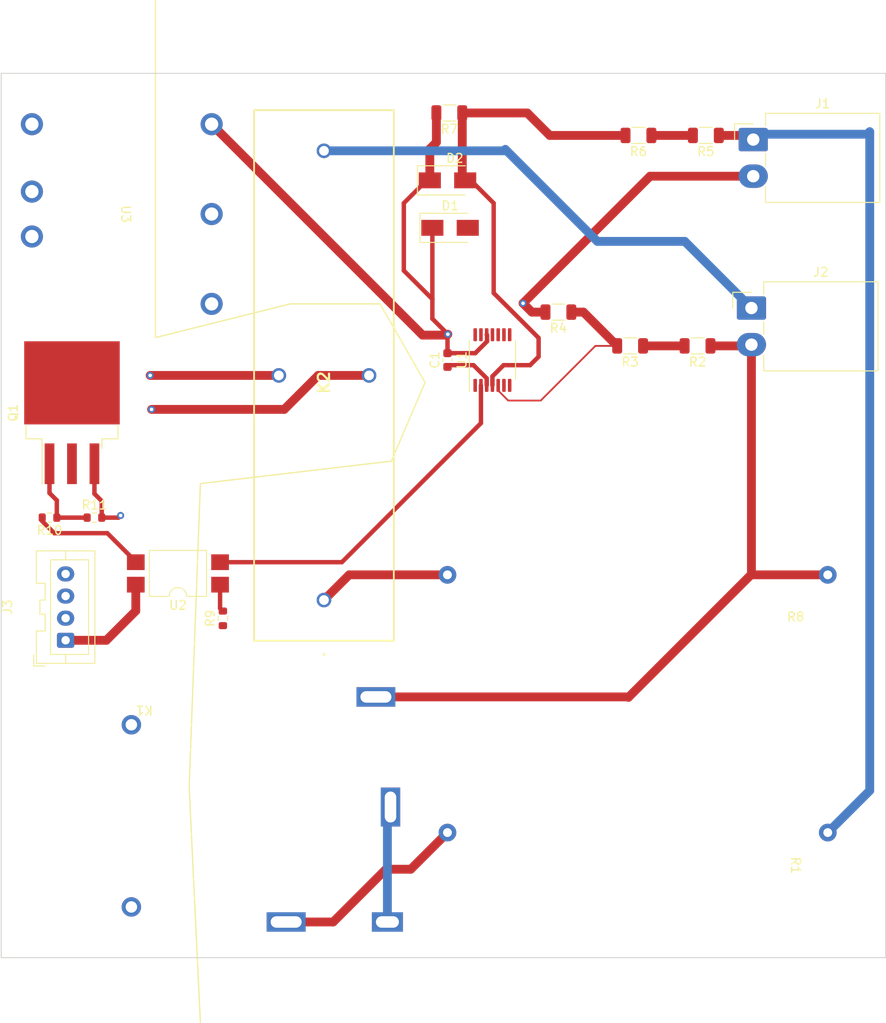
<source format=kicad_pcb>
(kicad_pcb (version 20211014) (generator pcbnew)
  (layers (0 "F.Cu" signal) (1 "In1.Cu" signal) (2 "In2.Cu" signal) (31 "B.Cu" signal) (34 "B.Paste" user) (35 "F.Paste" user) (36 "B.SilkS" user "B.Silkscreen") (37 "F.SilkS" user "F.Silkscreen") (38 "B.Mask" user) (39 "F.Mask" user) (44 "Edge.Cuts" user))
  (net 0 "")
  (net 1 "+5V")
  (net 2 "TS-")
  (net 3 "Net-(D1-Pad2)")
  (net 4 "Net-(D2-Pad2)")
  (net 5 "TS+")
  (net 6 "Precharge")
  (net 7 "Discharge")
  (net 8 "+12V")
  (net 9 "GND")
  (net 10 "Net-(J3-Pad3)")
  (net 12 "Net-(K1-Pad1)")
  (net 13 "Net-(K1-Pad2)")
  (net 14 "Net-(R8-Pad2)")
  (net 15 "Net-(Q1-Pad1)")
  (net 16 "Net-(R2-Pad2)")
  (net 17 "Net-(R5-Pad2)")
  (net 18 "Net-(R9-Pad2)")
  (net 19 "Net-(R10-Pad2)")
  (net 20 "Net-(U1-Pad2)")
  (footprint "Connector_JST:JST_XA_B04B-XASK-1_1x04_P2.50mm_Vertical" (layer "F.Cu") (at 60.312 111.152 90)
    (fp_text reference "J3" (at 3.75 -6.57 90) (layer "F.SilkS"))
    (fp_text value "JST B04B-XASK")
    (fp_line (start 6.45 -3.31) (end 6.45 -2.31) (layer "F.SilkS") (width 0.12))
    (fp_line (start -1.6 -1.7) (end -1.6 2.6) (layer "F.SilkS") (width 0.12))
    (fp_line (start 10.11 3.31) (end 10.11 -3.31) (layer "F.SilkS") (width 0.12))
    (fp_line (start 1.05 -3.31) (end -2.61 -3.31) (layer "F.SilkS") (width 0.12))
    (fp_line (start -2.91 -3.61) (end -2.91 -2.36) (layer "F.SilkS") (width 0.12))
    (fp_line (start 1.05 -2.31) (end 1.05 -3.31) (layer "F.SilkS") (width 0.12))
    (fp_line (start -2.61 0) (end -1.6 0) (layer "F.SilkS") (width 0.12))
    (fp_line (start 2.95 -2.31) (end 1.05 -2.31) (layer "F.SilkS") (width 0.12))
    (fp_line (start 10.11 0) (end 9.1 0) (layer "F.SilkS") (width 0.12))
    (fp_line (start 9.1 2.6) (end 9.1 -1.7) (layer "F.SilkS") (width 0.12))
    (fp_line (start -2.61 3.31) (end 10.11 3.31) (layer "F.SilkS") (width 0.12))
    (fp_line (start 4.55 -2.91) (end 2.95 -2.91) (layer "F.SilkS") (width 0.12))
    (fp_line (start 9.1 -1.7) (end -1.6 -1.7) (layer "F.SilkS") (width 0.12))
    (fp_line (start -1.6 2.6) (end 9.1 2.6) (layer "F.SilkS") (width 0.12))
    (fp_line (start 6.45 -2.31) (end 4.55 -2.31) (layer "F.SilkS") (width 0.12))
    (fp_line (start 2.95 -2.91) (end 2.95 -2.31) (layer "F.SilkS") (width 0.12))
    (fp_line (start -1.66 -3.61) (end -2.91 -3.61) (layer "F.SilkS") (width 0.12))
    (fp_line (start 4.55 -2.31) (end 4.55 -2.91) (layer "F.SilkS") (width 0.12))
    (fp_line (start 10.11 -3.31) (end 6.45 -3.31) (layer "F.SilkS") (width 0.12))
    (fp_line (start -2.61 -3.31) (end -2.61 3.31) (layer "F.SilkS") (width 0.12))
    (pad "1" thru_hole roundrect (at 0 0 90) (size 1.7 1.95) (drill 0.95) (layers *.Cu *.Mask) (roundrect_rratio 0.147059) (net 8 "+12V"))
    (pad "2" thru_hole oval (at 2.5 0 90) (size 1.7 1.95) (drill 0.95) (layers *.Cu *.Mask) (net 9 "GND"))
    (pad "3" thru_hole oval (at 5 0 90) (size 1.7 1.95) (drill 0.95) (layers *.Cu *.Mask) (net 10 "Net-(J3-Pad3)"))
    (pad "4" thru_hole oval (at 7.5 0 90) (size 1.7 1.95) (drill 0.95) (layers *.Cu *.Mask))
  )
  (footprint "hsa255k6j:hsa255k6j" (layer "F.Cu") (at 150.487 113.752 180)
    (fp_text reference "R8" (at 7.625 5.245 unlocked) (layer "F.SilkS"))
    (fp_text value "hsa255k6j")
    (pad "" np_thru_hole circle (at 16.35 23.9 180) (size 1.524 1.524) (drill 3.3) (layers F&B.Cu *.Mask))
    (pad "" np_thru_hole circle (at 34.65 4.1 180) (size 1.524 1.524) (drill 3.3) (layers F&B.Cu *.Mask))
    (pad "1" thru_hole circle (at 4 10 180) (size 2 2) (drill 1) (layers *.Cu *.Mask) (net 6 "Precharge"))
    (pad "2" thru_hole circle (at 47 10 180) (size 2 2) (drill 1) (layers *.Cu *.Mask) (net 14 "Net-(R8-Pad2)"))
  )
  (footprint "Resistor_SMD:R_1206_3216Metric" (layer "F.Cu") (at 131.762 77.862 180)
    (fp_text reference "R2" (at 0 -1.82) (layer "F.SilkS"))
    (fp_text value "5M")
    (fp_line (start -0.727064 -0.91) (end 0.727064 -0.91) (layer "F.SilkS") (width 0.12))
    (fp_line (start -0.727064 0.91) (end 0.727064 0.91) (layer "F.SilkS") (width 0.12))
    (pad "1" smd roundrect (at -1.4625 0 180) (size 1.125 1.75) (layers "F.Cu" "F.Paste" "F.Mask") (roundrect_rratio 0.222222) (net 6 "Precharge"))
    (pad "2" smd roundrect (at 1.4625 0 180) (size 1.125 1.75) (layers "F.Cu" "F.Paste" "F.Mask") (roundrect_rratio 0.222222) (net 16 "Net-(R2-Pad2)"))
  )
  (footprint "AZDC6:AZDC6" (layer "F.Cu") (at 64.847 114.857)
    (fp_text reference "K1" (at 4.355 4.205 180 unlocked) (layer "F.SilkS"))
    (fp_text value "AZDC6")
    (pad "1" thru_hole rect (at 20.4 28.15 180) (size 4.4 2.2) (drill oval 3.5 1.3) (layers *.Cu *.Mask) (net 12 "Net-(K1-Pad1)"))
    (pad "2" thru_hole rect (at 32.2 15.15 90) (size 4.4 2.2) (drill oval 3.5 1.3) (layers *.Cu *.Mask) (net 13 "Net-(K1-Pad2)"))
    (pad "3" thru_hole rect (at 31.85 28.15 180) (size 3.5 2.2) (drill oval 2.6 1.3) (layers *.Cu *.Mask) (net 13 "Net-(K1-Pad2)"))
    (pad "4" thru_hole rect (at 30.55 2.7) (size 4.4 2.2) (drill oval 3.5 1.3) (layers *.Cu *.Mask) (net 6 "Precharge"))
    (pad "5" thru_hole circle (at 2.9 5.85) (size 2.2 2.2) (drill 1.3) (layers *.Cu *.Mask) (net 8 "+12V"))
    (pad "6" thru_hole circle (at 2.9 26.45) (size 2.2 2.2) (drill 1.3) (layers *.Cu *.Mask) (net 9 "GND"))
  )
  (footprint "Diode_SMD:D_SMA" (layer "F.Cu") (at 103.492 59.142)
    (fp_text reference "D2" (at 0.825 -2.5) (layer "F.SilkS"))
    (fp_text value "SMAJ15CA")
    (fp_line (start -3.4 -1.65) (end -3.4 1.65) (layer "F.SilkS") (width 0.12))
    (fp_line (start -3.4 1.65) (end 2 1.65) (layer "F.SilkS") (width 0.12))
    (fp_line (start -3.4 -1.65) (end 2 -1.65) (layer "F.SilkS") (width 0.12))
    (pad "1" smd rect (at -2 0) (size 2.5 1.8) (layers "F.Cu" "F.Paste" "F.Mask") (net 2 "TS-"))
    (pad "2" smd rect (at 2 0) (size 2.5 1.8) (layers "F.Cu" "F.Paste" "F.Mask") (net 4 "Net-(D2-Pad2)"))
  )
  (footprint "Connector_TE-Connectivity:TE_MATE-N-LOK_1-770966-x_1x02_P4.14mm_Horizontal" (layer "F.Cu") (at 138.062 54.532)
    (fp_text reference "J1" (at 7.85 -4.06) (layer "F.SilkS"))
    (fp_text value "TE 770966-2")
    (fp_line (start 14.31 7.11) (end 1.39 7.11) (layer "F.SilkS") (width 0.12))
    (fp_line (start 14.31 -2.97) (end 14.31 7.11) (layer "F.SilkS") (width 0.12))
    (fp_line (start 1.39 -2.97) (end 14.31 -2.97) (layer "F.SilkS") (width 0.12))
    (fp_line (start -2.11 -1.78) (end -2.11 0) (layer "F.SilkS") (width 0.12))
    (fp_line (start 0 -1.78) (end -2.11 -1.78) (layer "F.SilkS") (width 0.12))
    (fp_line (start 1.39 7.11) (end 1.39 5.311665) (layer "F.SilkS") (width 0.12))
    (fp_line (start 1.39 -1.58) (end 1.39 -2.97) (layer "F.SilkS") (width 0.12))
    (fp_line (start 1.39 1.58) (end 1.39 2.968335) (layer "F.SilkS") (width 0.12))
    (pad "" np_thru_hole circle (at 7.34 2.07) (size 3.86 3.86) (drill 3.86) (layers *.Cu *.Mask))
    (pad "1" thru_hole roundrect (at 0 0) (size 3.3 2.64) (drill 1.4) (layers *.Cu *.Mask) (roundrect_rratio 0.094697) (net 5 "TS+"))
    (pad "2" thru_hole oval (at 0 4.14) (size 3.3 2.64) (drill 1.4) (layers *.Cu *.Mask) (net 2 "TS-"))
  )
  (footprint "Resistor_SMD:R_0603_1608Metric" (layer "F.Cu") (at 78.092 108.672 90)
    (fp_text reference "R9" (at 0 -1.43 90) (layer "F.SilkS"))
    (fp_text value "680")
    (fp_line (start -0.237258 0.5225) (end 0.237258 0.5225) (layer "F.SilkS") (width 0.12))
    (fp_line (start -0.237258 -0.5225) (end 0.237258 -0.5225) (layer "F.SilkS") (width 0.12))
    (pad "1" smd roundrect (at -0.825 0 90) (size 0.8 0.95) (layers "F.Cu" "F.Paste" "F.Mask") (net 1 "+5V"))
    (pad "2" smd roundrect (at 0.825 0 90) (size 0.8 0.95) (layers "F.Cu" "F.Paste" "F.Mask") (net 18 "Net-(R9-Pad2)"))
  )
  (footprint "Resistor_SMD:R_1206_3216Metric" (layer "F.Cu") (at 132.702 54.062 180)
    (fp_text reference "R5" (at 0 -1.82) (layer "F.SilkS"))
    (fp_text value "5M")
    (fp_line (start -0.727064 -0.91) (end 0.727064 -0.91) (layer "F.SilkS") (width 0.12))
    (fp_line (start -0.727064 0.91) (end 0.727064 0.91) (layer "F.SilkS") (width 0.12))
    (pad "1" smd roundrect (at -1.4625 0 180) (size 1.125 1.75) (layers "F.Cu" "F.Paste" "F.Mask") (roundrect_rratio 0.222222) (net 5 "TS+"))
    (pad "2" smd roundrect (at 1.4625 0 180) (size 1.125 1.75) (layers "F.Cu" "F.Paste" "F.Mask") (roundrect_rratio 0.222222) (net 17 "Net-(R5-Pad2)"))
  )
  (footprint "Resistor_SMD:R_1206_3216Metric" (layer "F.Cu") (at 125.082 54.062 180)
    (fp_text reference "R6" (at 0 -1.82) (layer "F.SilkS"))
    (fp_text value "5M")
    (fp_line (start -0.727064 0.91) (end 0.727064 0.91) (layer "F.SilkS") (width 0.12))
    (fp_line (start -0.727064 -0.91) (end 0.727064 -0.91) (layer "F.SilkS") (width 0.12))
    (pad "1" smd roundrect (at -1.4625 0 180) (size 1.125 1.75) (layers "F.Cu" "F.Paste" "F.Mask") (roundrect_rratio 0.222222) (net 17 "Net-(R5-Pad2)"))
    (pad "2" smd roundrect (at 1.4625 0 180) (size 1.125 1.75) (layers "F.Cu" "F.Paste" "F.Mask") (roundrect_rratio 0.222222) (net 4 "Net-(D2-Pad2)"))
  )
  (footprint "dbt71205u:DBT71205U" (layer "F.Cu") (at 89.522 106.602 90)
    (fp_text reference "K2" (at 24.6 0 90) (layer "F.SilkS") (effects (font (size 1.27 1.27) (thickness 0.254))))
    (fp_text value "dbt71205u21" hide)
    (fp_line (start 55.4 7.9) (end 55.4 -7.9) (layer "F.SilkS") (width 0.2))
    (fp_line (start -4.6 7.9) (end 55.4 7.9) (layer "F.SilkS") (width 0.2))
    (fp_line (start -6.2 0) (end -6.2 0) (layer "F.SilkS") (width 0.2))
    (fp_line (start -6.2 0) (end -6.2 0) (layer "F.SilkS") (width 0.2))
    (fp_line (start 55.4 -7.9) (end -4.6 -7.9) (layer "F.SilkS") (width 0.2))
    (fp_line (start -6.1 0) (end -6.1 0) (layer "F.SilkS") (width 0.2))
    (fp_line (start -4.6 -7.9) (end -4.6 7.9) (layer "F.SilkS") (width 0.2))
    (fp_arc (start -6.1 0) (mid -6.15 0.05) (end -6.2 0) (layer "F.SilkS") (width 0.2))
    (fp_arc (start -6.1 0) (mid -6.15 0.05) (end -6.2 0) (layer "F.SilkS") (width 0.2))
    (fp_arc (start -6.2 0) (mid -6.15 -0.05) (end -6.1 0) (layer "F.SilkS") (width 0.2))
    (pad "1" thru_hole circle locked (at 0 0 90) (size 1.65 1.65) (drill 1.1) (layers *.Cu *.Mask) (net 14 "Net-(R8-Pad2)"))
    (pad "2" thru_hole circle locked (at 50.8 0 90) (size 1.65 1.65) (drill 1.1) (layers *.Cu *.Mask) (net 7 "Discharge"))
    (pad "3" thru_hole circle locked (at 25.4 5.1 90) (size 1.65 1.65) (drill 1.1) (layers *.Cu *.Mask) (net 9 "GND"))
    (pad "4" thru_hole circle locked (at 25.4 -5.1 90) (size 1.65 1.65) (drill 1.1) (layers *.Cu *.Mask) (net 8 "+12V"))
  )
  (footprint "hsa255k6j:hsa255k6j" (layer "F.Cu") (at 150.487 142.897 180)
    (fp_text reference "R1" (at 7.625 6.285 270 unlocked) (layer "F.SilkS"))
    (fp_text value "hsa255k6j")
    (pad "" np_thru_hole circle (at 34.65 4.1 180) (size 1.524 1.524) (drill 3.3) (layers F&B.Cu *.Mask))
    (pad "" np_thru_hole circle (at 16.35 23.9 180) (size 1.524 1.524) (drill 3.3) (layers F&B.Cu *.Mask))
    (pad "1" thru_hole circle (at 4 10 180) (size 2 2) (drill 1) (layers *.Cu *.Mask) (net 5 "TS+"))
    (pad "2" thru_hole circle (at 47 10 180) (size 2 2) (drill 1) (layers *.Cu *.Mask) (net 12 "Net-(K1-Pad1)"))
  )
  (footprint "Package_TO_SOT_SMD:TO-263-3_TabPin2" (layer "F.Cu") (at 61.032 85.417 90)
    (fp_text reference "Q1" (at 0 -6.65 90) (layer "F.SilkS"))
    (fp_text value "IRLZ44N")
    (fp_line (start -1.45 -5.2) (end -2.95 -5.2) (layer "F.SilkS") (width 0.12))
    (fp_line (start -2.95 -5.2) (end -2.95 -3.39) (layer "F.SilkS") (width 0.12))
    (fp_line (start -2.95 3.39) (end -4.05 3.39) (layer "F.SilkS") (width 0.12))
    (fp_line (start -2.95 5.2) (end -2.95 3.39) (layer "F.SilkS") (width 0.12))
    (fp_line (start -1.45 5.2) (end -2.95 5.2) (layer "F.SilkS") (width 0.12))
    (fp_line (start -2.95 -3.39) (end -8.075 -3.39) (layer "F.SilkS") (width 0.12))
    (pad "1" smd rect (at -5.775 -2.54 90) (size 4.6 1.1) (layers "F.Cu" "F.Paste" "F.Mask") (net 15 "Net-(Q1-Pad1)"))
    (pad "2" smd rect (at -5.775 0 90) (size 4.6 1.1) (layers "F.Cu" "F.Paste" "F.Mask") (net 10 "Net-(J3-Pad3)"))
    (pad "2" smd rect (at 3.375 0 90) (size 9.4 10.8) (layers "F.Cu" "F.Mask") (net 10 "Net-(J3-Pad3)"))
    (pad "3" smd rect (at -5.775 2.54 90) (size 4.6 1.1) (layers "F.Cu" "F.Paste" "F.Mask") (net 9 "GND"))
  )
  (footprint "Resistor_SMD:R_0603_1608Metric" (layer "F.Cu") (at 63.572 97.282)
    (fp_text reference "R11" (at 0 -1.43) (layer "F.SilkS"))
    (fp_text value "10K")
    (fp_line (start -0.237258 0.5225) (end 0.237258 0.5225) (layer "F.SilkS") (width 0.12))
    (fp_line (start -0.237258 -0.5225) (end 0.237258 -0.5225) (layer "F.SilkS") (width 0.12))
    (pad "1" smd roundrect (at -0.825 0) (size 0.8 0.95) (layers "F.Cu" "F.Paste" "F.Mask") (net 15 "Net-(Q1-Pad1)"))
    (pad "2" smd roundrect (at 0.825 0) (size 0.8 0.95) (layers "F.Cu" "F.Paste" "F.Mask") (net 9 "GND"))
  )
  (footprint "Package_SO:TSSOP-14_4.4x5mm_P0.65mm" (layer "F.Cu") (at 108.572 79.462 90)
    (fp_text reference "U1" (at 0 -3.45 90) (layer "F.SilkS"))
    (fp_text value "LM339")
    (fp_line (start 0 -2.61) (end 2.2 -2.61) (layer "F.SilkS") (width 0.12))
    (fp_line (start 0 2.61) (end -2.2 2.61) (layer "F.SilkS") (width 0.12))
    (fp_line (start 0 -2.61) (end -3.6 -2.61) (layer "F.SilkS") (width 0.12))
    (fp_line (start 0 2.61) (end 2.2 2.61) (layer "F.SilkS") (width 0.12))
    (pad "1" smd roundrect (at -2.8625 -1.95 90) (size 1.475 0.4) (layers "F.Cu" "F.Paste" "F.Mask"))
    (pad "2" smd roundrect (at -2.8625 -1.3 90) (size 1.475 0.4) (layers "F.Cu" "F.Paste" "F.Mask") (net 20 "Net-(U1-Pad2)"))
    (pad "3" smd roundrect (at -2.8625 -0.65 90) (size 1.475 0.4) (layers "F.Cu" "F.Paste" "F.Mask") (net 1 "+5V"))
    (pad "4" smd roundrect (at -2.8625 0 90) (size 1.475 0.4) (layers "F.Cu" "F.Paste" "F.Mask") (net 4 "Net-(D2-Pad2)"))
    (pad "5" smd roundrect (at -2.8625 0.65 90) (size 1.475 0.4) (layers "F.Cu" "F.Paste" "F.Mask") (net 3 "Net-(D1-Pad2)"))
    (pad "6" smd roundrect (at -2.8625 1.3 90) (size 1.475 0.4) (layers "F.Cu" "F.Paste" "F.Mask"))
    (pad "7" smd roundrect (at -2.8625 1.95 90) (size 1.475 0.4) (layers "F.Cu" "F.Paste" "F.Mask"))
    (pad "8" smd roundrect (at 2.8625 1.95 90) (size 1.475 0.4) (layers "F.Cu" "F.Paste" "F.Mask"))
    (pad "9" smd roundrect (at 2.8625 1.3 90) (size 1.475 0.4) (layers "F.Cu" "F.Paste" "F.Mask"))
    (pad "10" smd roundrect (at 2.8625 0.65 90) (size 1.475 0.4) (layers "F.Cu" "F.Paste" "F.Mask"))
    (pad "11" smd roundrect (at 2.8625 0 90) (size 1.475 0.4) (layers "F.Cu" "F.Paste" "F.Mask"))
    (pad "12" smd roundrect (at 2.8625 -0.65 90) (size 1.475 0.4) (layers "F.Cu" "F.Paste" "F.Mask") (net 2 "TS-"))
    (pad "13" smd roundrect (at 2.8625 -1.3 90) (size 1.475 0.4) (layers "F.Cu" "F.Paste" "F.Mask"))
    (pad "14" smd roundrect (at 2.8625 -1.95 90) (size 1.475 0.4) (layers "F.Cu" "F.Paste" "F.Mask"))
  )
  (footprint "Resistor_SMD:R_0603_1608Metric" (layer "F.Cu") (at 58.492 97.282 180)
    (fp_text reference "R10" (at 0 -1.43) (layer "F.SilkS"))
    (fp_text value "1k")
    (fp_line (start -0.237258 0.5225) (end 0.237258 0.5225) (layer "F.SilkS") (width 0.12))
    (fp_line (start -0.237258 -0.5225) (end 0.237258 -0.5225) (layer "F.SilkS") (width 0.12))
    (pad "1" smd roundrect (at -0.825 0 180) (size 0.8 0.95) (layers "F.Cu" "F.Paste" "F.Mask") (net 15 "Net-(Q1-Pad1)"))
    (pad "2" smd roundrect (at 0.825 0 180) (size 0.8 0.95) (layers "F.Cu" "F.Paste" "F.Mask") (net 19 "Net-(R10-Pad2)"))
  )
  (footprint "Resistor_SMD:R_1206_3216Metric" (layer "F.Cu") (at 103.697 51.522 180)
    (fp_text reference "R7" (at 0 -1.82) (layer "F.SilkS"))
    (fp_text value "100k")
    (fp_line (start -0.727064 0.91) (end 0.727064 0.91) (layer "F.SilkS") (width 0.12))
    (fp_line (start -0.727064 -0.91) (end 0.727064 -0.91) (layer "F.SilkS") (width 0.12))
    (pad "1" smd roundrect (at -1.4625 0 180) (size 1.125 1.75) (layers "F.Cu" "F.Paste" "F.Mask") (roundrect_rratio 0.222222) (net 4 "Net-(D2-Pad2)"))
    (pad "2" smd roundrect (at 1.4625 0 180) (size 1.125 1.75) (layers "F.Cu" "F.Paste" "F.Mask") (roundrect_rratio 0.222222) (net 2 "TS-"))
  )
  (footprint "Connector_TE-Connectivity:TE_MATE-N-LOK_1-770966-x_1x02_P4.14mm_Horizontal" (layer "F.Cu") (at 137.857 73.582)
    (fp_text reference "J2" (at 7.85 -4.06) (layer "F.SilkS"))
    (fp_text value "TE 770966-2")
    (fp_line (start 14.31 7.11) (end 1.39 7.11) (layer "F.SilkS") (width 0.12))
    (fp_line (start 1.39 -1.58) (end 1.39 -2.97) (layer "F.SilkS") (width 0.12))
    (fp_line (start 1.39 -2.97) (end 14.31 -2.97) (layer "F.SilkS") (width 0.12))
    (fp_line (start 0 -1.78) (end -2.11 -1.78) (layer "F.SilkS") (width 0.12))
    (fp_line (start -2.11 -1.78) (end -2.11 0) (layer "F.SilkS") (width 0.12))
    (fp_line (start 1.39 1.58) (end 1.39 2.968335) (layer "F.SilkS") (width 0.12))
    (fp_line (start 1.39 7.11) (end 1.39 5.311665) (layer "F.SilkS") (width 0.12))
    (fp_line (start 14.31 -2.97) (end 14.31 7.11) (layer "F.SilkS") (width 0.12))
    (pad "" np_thru_hole circle (at 7.34 2.07) (size 3.86 3.86) (drill 3.86) (layers *.Cu *.Mask))
    (pad "1" thru_hole roundrect (at 0 0) (size 3.3 2.64) (drill 1.4) (layers *.Cu *.Mask) (roundrect_rratio 0.094697) (net 7 "Discharge"))
    (pad "2" thru_hole oval (at 0 4.14) (size 3.3 2.64) (drill 1.4) (layers *.Cu *.Mask) (net 6 "Precharge"))
  )
  (footprint "Capacitor_SMD:C_0603_1608Metric" (layer "F.Cu") (at 103.492 79.462 90)
    (fp_text reference "C1" (at 0 -1.43 90) (layer "F.SilkS"))
    (fp_text value "100n")
    (fp_line (start -0.14058 0.51) (end 0.14058 0.51) (layer "F.SilkS") (width 0.12))
    (fp_line (start -0.14058 -0.51) (end 0.14058 -0.51) (layer "F.SilkS") (width 0.12))
    (pad "1" smd roundrect (at -0.775 0 90) (size 0.9 0.95) (layers "F.Cu" "F.Paste" "F.Mask") (net 1 "+5V"))
    (pad "2" smd roundrect (at 0.775 0 90) (size 0.9 0.95) (layers "F.Cu" "F.Paste" "F.Mask") (net 2 "TS-"))
  )
  (footprint "Resistor_SMD:R_1206_3216Metric" (layer "F.Cu") (at 124.142 77.862 180)
    (fp_text reference "R3" (at 0 -1.82) (layer "F.SilkS"))
    (fp_text value "5M")
    (fp_line (start -0.727064 0.91) (end 0.727064 0.91) (layer "F.SilkS") (width 0.12))
    (fp_line (start -0.727064 -0.91) (end 0.727064 -0.91) (layer "F.SilkS") (width 0.12))
    (pad "1" smd roundrect (at -1.4625 0 180) (size 1.125 1.75) (layers "F.Cu" "F.Paste" "F.Mask") (roundrect_rratio 0.222222) (net 16 "Net-(R2-Pad2)"))
    (pad "2" smd roundrect (at 1.4625 0 180) (size 1.125 1.75) (layers "F.Cu" "F.Paste" "F.Mask") (roundrect_rratio 0.222222) (net 3 "Net-(D1-Pad2)"))
  )
  (footprint "Resistor_SMD:R_1206_3216Metric" (layer "F.Cu") (at 116.032 74.042 180)
    (fp_text reference "R4" (at 0 -1.82) (layer "F.SilkS"))
    (fp_text value "110k")
    (fp_line (start -0.727064 0.91) (end 0.727064 0.91) (layer "F.SilkS") (width 0.12))
    (fp_line (start -0.727064 -0.91) (end 0.727064 -0.91) (layer "F.SilkS") (width 0.12))
    (pad "1" smd roundrect (at -1.4625 0 180) (size 1.125 1.75) (layers "F.Cu" "F.Paste" "F.Mask") (roundrect_rratio 0.222222) (net 3 "Net-(D1-Pad2)"))
    (pad "2" smd roundrect (at 1.4625 0 180) (size 1.125 1.75) (layers "F.Cu" "F.Paste" "F.Mask") (roundrect_rratio 0.222222) (net 2 "TS-"))
  )
  (footprint "Diode_SMD:D_SMA" (layer "F.Cu") (at 103.78058 64.51114)
    (fp_text reference "D1" (at 0 -2.5) (layer "F.SilkS"))
    (fp_text value "SMAJ15CA")
    (fp_line (start -3.4 1.65) (end 2 1.65) (layer "F.SilkS") (width 0.12))
    (fp_line (start -3.4 -1.65) (end 2 -1.65) (layer "F.SilkS") (width 0.12))
    (fp_line (start -3.4 -1.65) (end -3.4 1.65) (layer "F.SilkS") (width 0.12))
    (pad "1" smd rect (at -2 0) (size 2.5 1.8) (layers "F.Cu" "F.Paste" "F.Mask") (net 2 "TS-"))
    (pad "2" smd rect (at 2 0) (size 2.5 1.8) (layers "F.Cu" "F.Paste" "F.Mask") (net 3 "Net-(D1-Pad2)"))
  )
  (footprint "Package_DIP:SMDIP-4_W9.53mm" (layer "F.Cu") (at 73.012 103.592 180)
    (fp_text reference "U2" (at 0 -3.6) (layer "F.SilkS"))
    (fp_text value "LTV-817S")
    (fp_line (start -1 -2.6) (end -3.235 -2.6) (layer "F.SilkS") (width 0.12))
    (fp_line (start -3.235 -2.6) (end -3.235 2.6) (layer "F.SilkS") (width 0.12))
    (fp_line (start -3.235 2.6) (end 3.235 2.6) (layer "F.SilkS") (width 0.12))
    (fp_line (start 3.235 -2.6) (end 1 -2.6) (layer "F.SilkS") (width 0.12))
    (fp_line (start 3.235 2.6) (end 3.235 -2.6) (layer "F.SilkS") (width 0.12))
    (fp_arc (start 1 -2.6) (mid 0 -1.6) (end -1 -2.6) (layer "F.SilkS") (width 0.12))
    (pad "1" smd rect (at -4.765 -1.27 180) (size 2 1.78) (layers "F.Cu" "F.Paste" "F.Mask") (net 18 "Net-(R9-Pad2)"))
    (pad "2" smd rect (at -4.765 1.27 180) (size 2 1.78) (layers "F.Cu" "F.Paste" "F.Mask") (net 20 "Net-(U1-Pad2)"))
    (pad "3" smd rect (at 4.765 1.27 180) (size 2 1.78) (layers "F.Cu" "F.Paste" "F.Mask") (net 19 "Net-(R10-Pad2)"))
    (pad "4" smd rect (at 4.765 -1.27 180) (size 2 1.78) (layers "F.Cu" "F.Paste" "F.Mask") (net 8 "+12V"))
  )
  (footprint "VRB1205YMD-6WR3:VRB1205YMD-15WR3" (layer "F.Cu") (at 66.662 62.952)
    (fp_text reference "U3" (at 0.46 0 270 unlocked) (layer "F.SilkS"))
    (fp_text value "VRB1205YMD-15WR3")
    (pad "1" thru_hole circle (at -10.16 -10.16) (size 2.5 2.5) (drill 1.5) (layers *.Cu *.Mask) (net 8 "+12V"))
    (pad "2" thru_hole circle (at -10.16 -2.54) (size 2.5 2.5) (drill 1.5) (layers *.Cu *.Mask) (net 9 "GND"))
    (pad "3" thru_hole circle (at -10.16 2.54) (size 2.5 2.5) (drill 1.5) (layers *.Cu *.Mask) (net 8 "+12V"))
    (pad "4" thru_hole circle (at 10.16 10.16) (size 2.5 2.5) (drill 1.5) (layers *.Cu *.Mask) (net 1 "+5V"))
    (pad "5" thru_hole circle (at 10.16 0) (size 2.5 2.5) (drill 1.5) (layers *.Cu *.Mask))
    (pad "6" thru_hole circle (at 10.16 -10.16) (size 2.5 2.5) (drill 1.5) (layers *.Cu *.Mask) (net 2 "TS-"))
  )
  (gr_line (start 97.142 90.892) (end 100.952 82.002) (layer "F.SilkS") (width 0.15))
  (gr_line (start 85.712 73.112) (end 70.472 76.922) (layer "F.SilkS") (width 0.15))
  (gr_line (start 70.472 76.922) (end 70.472 38.822) (layer "F.SilkS") (width 0.15))
  (gr_line (start 100.952 82.002) (end 95.872 73.112) (layer "F.SilkS") (width 0.15))
  (gr_line (start 75.552 154.392) (end 74.282 127.722) (layer "F.SilkS") (width 0.15))
  (gr_line (start 95.872 73.112) (end 85.712 73.112) (layer "F.SilkS") (width 0.15))
  (gr_line (start 74.282 127.722) (end 75.552 93.432) (layer "F.SilkS") (width 0.15))
  (gr_line (start 75.552 93.432) (end 97.142 90.892) (layer "F.SilkS") (width 0.15))
  (gr_rect (start 53.032 47.042) (end 153.032 147.042) (layer "Edge.Cuts") (width 0.1) (fill none))
  (segment (start 107.922 82.3245) (end 107.922 81.529893) (width 0.5) (layer "F.Cu") (net 1))
  (segment (start 103.687 80.042) (end 103.492 80.237) (width 0.5) (layer "F.Cu") (net 1))
  (segment (start 107.922 81.529893) (end 106.434107 80.042) (width 0.5) (layer "F.Cu") (net 1))
  (segment (start 106.434107 80.042) (end 103.687 80.042) (width 0.5) (layer "F.Cu") (net 1))
  (segment (start 101.78058 74.79058) (end 103.532 76.542) (width 0.5) (layer "F.Cu") (net 2))
  (segment (start 101.492 55.582) (end 101.492 59.142) (width 1) (layer "F.Cu") (net 2))
  (segment (start 102.2345 54.8395) (end 101.492 55.582) (width 1) (layer "F.Cu") (net 2))
  (segment (start 107.972 76.6495) (end 107.922 76.5995) (width 0.5) (layer "F.Cu") (net 2))
  (segment (start 103.492 76.582) (end 103.532 76.542) (width 0.5) (layer "F.Cu") (net 2))
  (segment (start 138.062 58.672) (end 126.402 58.672) (width 1) (layer "F.Cu") (net 2))
  (segment (start 98.552 69.342) (end 101.78058 72.57058) (width 0.5) (layer "F.Cu") (net 2))
  (segment (start 103.492 78.687) (end 103.492 76.582) (width 0.5) (layer "F.Cu") (net 2))
  (segment (start 101.492 59.142) (end 101.132 59.142) (width 0.5) (layer "F.Cu") (net 2))
  (segment (start 114.5695 74.042) (end 113.032 74.042) (width 1) (layer "F.Cu") (net 2))
  (segment (start 106.629107 78.687) (end 107.972 77.344107) (width 0.5) (layer "F.Cu") (net 2))
  (segment (start 126.402 58.672) (end 112.032 73.042) (width 1) (layer "F.Cu") (net 2))
  (segment (start 102.2345 51.522) (end 102.2345 54.8395) (width 1) (layer "F.Cu") (net 2))
  (segment (start 101.78058 64.51114) (end 101.78058 72.57058) (width 0.5) (layer "F.Cu") (net 2))
  (segment (start 100.672 76.642) (end 103.432 76.642) (width 1) (layer "F.Cu") (net 2))
  (segment (start 101.132 59.142) (end 98.552 61.722) (width 0.5) (layer "F.Cu") (net 2))
  (segment (start 113.032 74.042) (end 112.032 73.042) (width 1) (layer "F.Cu") (net 2))
  (segment (start 76.822 52.792) (end 100.672 76.642) (width 1) (layer "F.Cu") (net 2))
  (segment (start 107.972 77.344107) (end 107.972 76.6495) (width 0.5) (layer "F.Cu") (net 2))
  (segment (start 98.552 61.722) (end 98.552 69.342) (width 0.5) (layer "F.Cu") (net 2))
  (segment (start 103.432 76.642) (end 103.532 76.542) (width 1) (layer "F.Cu") (net 2))
  (segment (start 103.492 78.687) (end 106.629107 78.687) (width 0.5) (layer "F.Cu") (net 2))
  (segment (start 101.78058 72.57058) (end 101.78058 74.79058) (width 0.5) (layer "F.Cu") (net 2))
  (via (at 103.532 76.542) (size 0.8) (drill 0.4) (layers "F.Cu" "B.Cu") (net 2))
  (via (at 112.032 73.042) (size 0.8) (drill 0.4) (layers "F.Cu" "B.Cu") (net 2))
  (segment (start 114.032 84.042) (end 110.357025 84.042) (width 0.2) (layer "F.Cu") (net 3))
  (segment (start 122.6795 77.862) (end 120.212 77.862) (width 0.2) (layer "F.Cu") (net 3))
  (segment (start 120.212 77.862) (end 114.032 84.042) (width 0.2) (layer "F.Cu") (net 3))
  (segment (start 110.357025 84.042) (end 109.222 82.906975) (width 0.2) (layer "F.Cu") (net 3))
  (segment (start 117.4945 74.042) (end 118.8595 74.042) (width 1) (layer "F.Cu") (net 3))
  (segment (start 118.8595 74.042) (end 122.6795 77.862) (width 1) (layer "F.Cu") (net 3))
  (segment (start 109.222 82.906975) (end 109.222 82.3245) (width 0.2) (layer "F.Cu") (net 3))
  (segment (start 109.832 80.042) (end 108.572 81.302) (width 0.5) (layer "F.Cu") (net 4))
  (segment (start 115.052 54.062) (end 112.512 51.522) (width 1) (layer "F.Cu") (net 4))
  (segment (start 105.1595 58.8095) (end 105.492 59.142) (width 1) (layer "F.Cu") (net 4))
  (segment (start 108.712 71.882) (end 113.792 76.962) (width 0.5) (layer "F.Cu") (net 4))
  (segment (start 106.132 59.142) (end 108.712 61.722) (width 0.5) (layer "F.Cu") (net 4))
  (segment (start 123.6195 54.062) (end 115.052 54.062) (width 1) (layer "F.Cu") (net 4))
  (segment (start 113.792 79.082) (end 112.832 80.042) (width 0.5) (layer "F.Cu") (net 4))
  (segment (start 108.712 61.722) (end 108.712 71.882) (width 0.5) (layer "F.Cu") (net 4))
  (segment (start 108.572 81.302) (end 108.572 82.3245) (width 0.5) (layer "F.Cu") (net 4))
  (segment (start 105.1595 51.522) (end 105.1595 58.8095) (width 1) (layer "F.Cu") (net 4))
  (segment (start 113.792 76.962) (end 113.792 79.082) (width 0.5) (layer "F.Cu") (net 4))
  (segment (start 112.512 51.522) (end 105.1595 51.522) (width 1) (layer "F.Cu") (net 4))
  (segment (start 105.492 59.142) (end 106.132 59.142) (width 0.5) (layer "F.Cu") (net 4))
  (segment (start 112.832 80.042) (end 109.832 80.042) (width 0.5) (layer "F.Cu") (net 4))
  (segment (start 137.592 54.062) (end 138.062 54.532) (width 1) (layer "F.Cu") (net 5))
  (segment (start 134.1645 54.062) (end 137.592 54.062) (width 1) (layer "F.Cu") (net 5))
  (segment (start 151.232 128.152) (end 151.232 53.642) (width 1) (layer "B.Cu") (net 5))
  (segment (start 150.952001 53.921999) (end 138.672001 53.921999) (width 1) (layer "B.Cu") (net 5))
  (segment (start 146.487 132.897) (end 151.232 128.152) (width 1) (layer "B.Cu") (net 5))
  (segment (start 151.232 53.642) (end 150.952001 53.921999) (width 1) (layer "B.Cu") (net 5))
  (segment (start 138.672001 53.921999) (end 138.062 54.532) (width 1) (layer "B.Cu") (net 5))
  (segment (start 133.2245 77.862) (end 137.717 77.862) (width 1) (layer "F.Cu") (net 6))
  (segment (start 137.802 103.752) (end 146.487 103.752) (width 1) (layer "F.Cu") (net 6))
  (segment (start 95.397 117.557) (end 123.907 117.557) (width 1) (layer "F.Cu") (net 6))
  (segment (start 137.857 103.697) (end 137.802 103.752) (width 1) (layer "F.Cu") (net 6))
  (segment (start 137.857 77.722) (end 137.857 103.697) (width 1) (layer "F.Cu") (net 6))
  (segment (start 137.717 77.862) (end 137.857 77.722) (width 1) (layer "F.Cu") (net 6))
  (segment (start 123.907 117.557) (end 123.952 117.602) (width 1) (layer "F.Cu") (net 6))
  (segment (start 123.952 117.602) (end 137.802 103.752) (width 1) (layer "F.Cu") (net 6))
  (segment (start 110.032 55.642) (end 109.872 55.802) (width 1) (layer "B.Cu") (net 7))
  (segment (start 130.317 66.042) (end 137.857 73.582) (width 1) (layer "B.Cu") (net 7))
  (segment (start 109.872 55.802) (end 89.522 55.802) (width 1) (layer "B.Cu") (net 7))
  (segment (start 120.432 66.042) (end 110.032 55.642) (width 1) (layer "B.Cu") (net 7))
  (segment (start 130.317 66.042) (end 120.432 66.042) (width 1) (layer "B.Cu") (net 7))
  (segment (start 60.312 111.152) (end 64.922 111.152) (width 1) (layer "F.Cu") (net 8))
  (segment (start 84.422 81.202) (end 69.872 81.202) (width 1) (layer "F.Cu") (net 8))
  (segment (start 68.247 107.827) (end 68.247 104.862) (width 1) (layer "F.Cu") (net 8))
  (segment (start 64.922 111.152) (end 68.247 107.827) (width 1) (layer "F.Cu") (net 8))
  (via (at 69.872 81.202) (size 0.8) (drill 0.4) (layers "F.Cu" "B.Cu") (net 8))
  (segment (start 64.397 95.407) (end 63.572 94.582) (width 0.5) (layer "F.Cu") (net 9))
  (segment (start 64.397 97.282) (end 64.397 95.407) (width 0.5) (layer "F.Cu") (net 9))
  (segment (start 88.872 81.202) (end 85.032 85.042) (width 1) (layer "F.Cu") (net 9))
  (segment (start 64.397 97.282) (end 66.292 97.282) (width 0.5) (layer "F.Cu") (net 9))
  (segment (start 94.622 81.202) (end 88.872 81.202) (width 1) (layer "F.Cu") (net 9))
  (segment (start 85.032 85.042) (end 70.032 85.042) (width 1) (layer "F.Cu") (net 9))
  (segment (start 66.292 97.282) (end 66.532 97.042) (width 0.5) (layer "F.Cu") (net 9))
  (segment (start 63.572 94.582) (end 63.572 91.192) (width 0.5) (layer "F.Cu") (net 9))
  (via (at 70.032 85.042) (size 0.8) (drill 0.4) (layers "F.Cu" "B.Cu") (net 9))
  (via (at 66.532 97.042) (size 0.8) (drill 0.4) (layers "F.Cu" "B.Cu") (net 9))
  (segment (start 85.247 143.007) (end 90.567 143.007) (width 1) (layer "F.Cu") (net 12))
  (segment (start 96.532 137.042) (end 99.342 137.042) (width 1) (layer "F.Cu") (net 12))
  (segment (start 99.342 137.042) (end 103.487 132.897) (width 1) (layer "F.Cu") (net 12))
  (segment (start 90.567 143.007) (end 96.532 137.042) (width 1) (layer "F.Cu") (net 12))
  (segment (start 96.697 143.007) (end 96.697 130.357) (width 1) (layer "B.Cu") (net 13))
  (segment (start 96.697 130.357) (end 97.047 130.007) (width 1) (layer "B.Cu") (net 13))
  (segment (start 89.522 106.602) (end 92.372 103.752) (width 1) (layer "F.Cu") (net 14))
  (segment (start 92.372 103.752) (end 103.487 103.752) (width 1) (layer "F.Cu") (net 14))
  (segment (start 62.747 97.282) (end 59.317 97.282) (width 0.5) (layer "F.Cu") (net 15))
  (segment (start 58.492 91.192) (end 58.492 94.502) (width 0.5) (layer "F.Cu") (net 15))
  (segment (start 59.317 95.327) (end 59.317 97.282) (width 0.5) (layer "F.Cu") (net 15))
  (segment (start 58.492 94.502) (end 59.317 95.327) (width 0.5) (layer "F.Cu") (net 15))
  (segment (start 125.6045 77.862) (end 130.2995 77.862) (width 1) (layer "F.Cu") (net 16))
  (segment (start 126.5445 54.062) (end 131.2395 54.062) (width 1) (layer "F.Cu") (net 17))
  (segment (start 77.777 104.862) (end 77.777 107.532) (width 0.5) (layer "F.Cu") (net 18))
  (segment (start 77.777 107.532) (end 78.092 107.847) (width 0.5) (layer "F.Cu") (net 18))
  (segment (start 65.032 99.042) (end 68.247 102.257) (width 0.5) (layer "F.Cu") (net 19))
  (segment (start 68.247 102.257) (end 68.247 102.322) (width 0.5) (layer "F.Cu") (net 19))
  (segment (start 57.667 97.282) (end 57.667 97.677) (width 0.5) (layer "F.Cu") (net 19))
  (segment (start 59.032 99.042) (end 65.032 99.042) (width 0.5) (layer "F.Cu") (net 19))
  (segment (start 57.667 97.677) (end 59.032 99.042) (width 0.5) (layer "F.Cu") (net 19))
  (segment (start 107.272 86.602) (end 91.552 102.322) (width 0.5) (layer "F.Cu") (net 20))
  (segment (start 91.552 102.322) (end 77.777 102.322) (width 0.5) (layer "F.Cu") (net 20))
  (segment (start 107.272 82.3245) (end 107.272 86.602) (width 0.5) (layer "F.Cu") (net 20))
)
</source>
